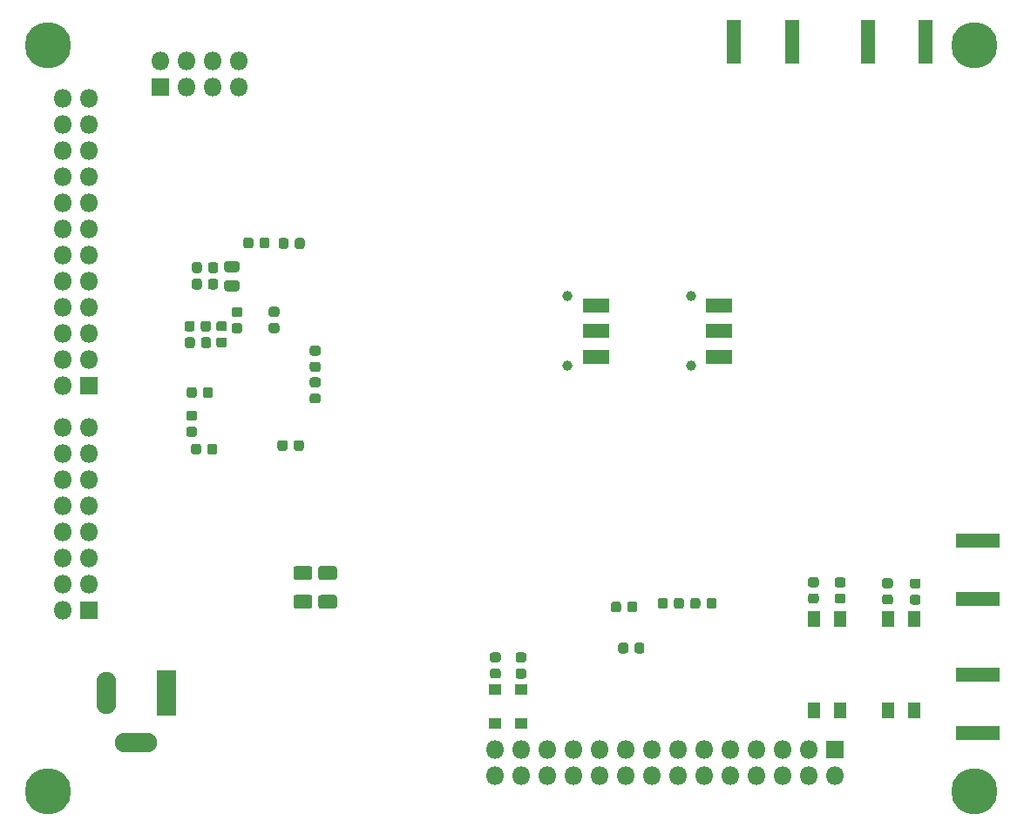
<source format=gbr>
%TF.GenerationSoftware,KiCad,Pcbnew,(5.1.6)-1*%
%TF.CreationDate,2021-04-01T20:33:04-06:00*%
%TF.ProjectId,radar_flight,72616461-725f-4666-9c69-6768742e6b69,rev?*%
%TF.SameCoordinates,Original*%
%TF.FileFunction,Soldermask,Bot*%
%TF.FilePolarity,Negative*%
%FSLAX46Y46*%
G04 Gerber Fmt 4.6, Leading zero omitted, Abs format (unit mm)*
G04 Created by KiCad (PCBNEW (5.1.6)-1) date 2021-04-01 20:33:04*
%MOMM*%
%LPD*%
G01*
G04 APERTURE LIST*
%ADD10C,4.500000*%
%ADD11R,1.300000X1.000000*%
%ADD12C,1.000000*%
%ADD13R,2.600000X1.350000*%
%ADD14R,1.200000X1.600000*%
%ADD15O,1.800000X1.800000*%
%ADD16R,1.800000X1.800000*%
%ADD17R,1.450000X4.300000*%
%ADD18R,4.300000X1.450000*%
%ADD19R,1.900000X4.500000*%
%ADD20O,1.900000X4.100000*%
%ADD21O,4.100000X1.900000*%
G04 APERTURE END LIST*
%TO.C,C53*%
G36*
G01*
X121512500Y-154531250D02*
X121512500Y-153968750D01*
G75*
G02*
X121756250Y-153725000I243750J0D01*
G01*
X122243750Y-153725000D01*
G75*
G02*
X122487500Y-153968750I0J-243750D01*
G01*
X122487500Y-154531250D01*
G75*
G02*
X122243750Y-154775000I-243750J0D01*
G01*
X121756250Y-154775000D01*
G75*
G02*
X121512500Y-154531250I0J243750D01*
G01*
G37*
G36*
G01*
X119937500Y-154531250D02*
X119937500Y-153968750D01*
G75*
G02*
X120181250Y-153725000I243750J0D01*
G01*
X120668750Y-153725000D01*
G75*
G02*
X120912500Y-153968750I0J-243750D01*
G01*
X120912500Y-154531250D01*
G75*
G02*
X120668750Y-154775000I-243750J0D01*
G01*
X120181250Y-154775000D01*
G75*
G02*
X119937500Y-154531250I0J243750D01*
G01*
G37*
%TD*%
%TO.C,C49*%
G36*
G01*
X117737500Y-153968750D02*
X117737500Y-154531250D01*
G75*
G02*
X117493750Y-154775000I-243750J0D01*
G01*
X117006250Y-154775000D01*
G75*
G02*
X116762500Y-154531250I0J243750D01*
G01*
X116762500Y-153968750D01*
G75*
G02*
X117006250Y-153725000I243750J0D01*
G01*
X117493750Y-153725000D01*
G75*
G02*
X117737500Y-153968750I0J-243750D01*
G01*
G37*
G36*
G01*
X119312500Y-153968750D02*
X119312500Y-154531250D01*
G75*
G02*
X119068750Y-154775000I-243750J0D01*
G01*
X118581250Y-154775000D01*
G75*
G02*
X118337500Y-154531250I0J243750D01*
G01*
X118337500Y-153968750D01*
G75*
G02*
X118581250Y-153725000I243750J0D01*
G01*
X119068750Y-153725000D01*
G75*
G02*
X119312500Y-153968750I0J-243750D01*
G01*
G37*
%TD*%
D10*
%TO.C,H4*%
X147500000Y-100000000D03*
%TD*%
%TO.C,H3*%
X57500000Y-100000000D03*
%TD*%
%TO.C,H2*%
X147500000Y-172500000D03*
%TD*%
%TO.C,H1*%
X57500000Y-172500000D03*
%TD*%
D11*
%TO.C,D5*%
X101000000Y-162650000D03*
X101000000Y-165950000D03*
%TD*%
%TO.C,D4*%
X103500000Y-162650000D03*
X103500000Y-165950000D03*
%TD*%
D12*
%TO.C,SW9*%
X120000000Y-124350000D03*
X120000000Y-131150000D03*
D13*
X122750000Y-125250000D03*
X122750000Y-127750000D03*
X122750000Y-130250000D03*
%TD*%
D12*
%TO.C,SW6*%
X108000000Y-124350000D03*
X108000000Y-131150000D03*
D13*
X110750000Y-125250000D03*
X110750000Y-127750000D03*
X110750000Y-130250000D03*
%TD*%
D14*
%TO.C,SW5*%
X141670000Y-155750000D03*
X139130000Y-164650000D03*
X139130000Y-155750000D03*
X141670000Y-164650000D03*
%TD*%
%TO.C,SW3*%
X134470000Y-155750000D03*
X131930000Y-164650000D03*
X131930000Y-155750000D03*
X134470000Y-164650000D03*
%TD*%
%TO.C,R22*%
G36*
G01*
X101281250Y-159987500D02*
X100718750Y-159987500D01*
G75*
G02*
X100475000Y-159743750I0J243750D01*
G01*
X100475000Y-159256250D01*
G75*
G02*
X100718750Y-159012500I243750J0D01*
G01*
X101281250Y-159012500D01*
G75*
G02*
X101525000Y-159256250I0J-243750D01*
G01*
X101525000Y-159743750D01*
G75*
G02*
X101281250Y-159987500I-243750J0D01*
G01*
G37*
G36*
G01*
X101281250Y-161562500D02*
X100718750Y-161562500D01*
G75*
G02*
X100475000Y-161318750I0J243750D01*
G01*
X100475000Y-160831250D01*
G75*
G02*
X100718750Y-160587500I243750J0D01*
G01*
X101281250Y-160587500D01*
G75*
G02*
X101525000Y-160831250I0J-243750D01*
G01*
X101525000Y-161318750D01*
G75*
G02*
X101281250Y-161562500I-243750J0D01*
G01*
G37*
%TD*%
%TO.C,R21*%
G36*
G01*
X103781250Y-160000000D02*
X103218750Y-160000000D01*
G75*
G02*
X102975000Y-159756250I0J243750D01*
G01*
X102975000Y-159268750D01*
G75*
G02*
X103218750Y-159025000I243750J0D01*
G01*
X103781250Y-159025000D01*
G75*
G02*
X104025000Y-159268750I0J-243750D01*
G01*
X104025000Y-159756250D01*
G75*
G02*
X103781250Y-160000000I-243750J0D01*
G01*
G37*
G36*
G01*
X103781250Y-161575000D02*
X103218750Y-161575000D01*
G75*
G02*
X102975000Y-161331250I0J243750D01*
G01*
X102975000Y-160843750D01*
G75*
G02*
X103218750Y-160600000I243750J0D01*
G01*
X103781250Y-160600000D01*
G75*
G02*
X104025000Y-160843750I0J-243750D01*
G01*
X104025000Y-161331250D01*
G75*
G02*
X103781250Y-161575000I-243750J0D01*
G01*
G37*
%TD*%
%TO.C,R15*%
G36*
G01*
X138818750Y-153387500D02*
X139381250Y-153387500D01*
G75*
G02*
X139625000Y-153631250I0J-243750D01*
G01*
X139625000Y-154118750D01*
G75*
G02*
X139381250Y-154362500I-243750J0D01*
G01*
X138818750Y-154362500D01*
G75*
G02*
X138575000Y-154118750I0J243750D01*
G01*
X138575000Y-153631250D01*
G75*
G02*
X138818750Y-153387500I243750J0D01*
G01*
G37*
G36*
G01*
X138818750Y-151812500D02*
X139381250Y-151812500D01*
G75*
G02*
X139625000Y-152056250I0J-243750D01*
G01*
X139625000Y-152543750D01*
G75*
G02*
X139381250Y-152787500I-243750J0D01*
G01*
X138818750Y-152787500D01*
G75*
G02*
X138575000Y-152543750I0J243750D01*
G01*
X138575000Y-152056250D01*
G75*
G02*
X138818750Y-151812500I243750J0D01*
G01*
G37*
%TD*%
%TO.C,R14*%
G36*
G01*
X141518750Y-153412500D02*
X142081250Y-153412500D01*
G75*
G02*
X142325000Y-153656250I0J-243750D01*
G01*
X142325000Y-154143750D01*
G75*
G02*
X142081250Y-154387500I-243750J0D01*
G01*
X141518750Y-154387500D01*
G75*
G02*
X141275000Y-154143750I0J243750D01*
G01*
X141275000Y-153656250D01*
G75*
G02*
X141518750Y-153412500I243750J0D01*
G01*
G37*
G36*
G01*
X141518750Y-151837500D02*
X142081250Y-151837500D01*
G75*
G02*
X142325000Y-152081250I0J-243750D01*
G01*
X142325000Y-152568750D01*
G75*
G02*
X142081250Y-152812500I-243750J0D01*
G01*
X141518750Y-152812500D01*
G75*
G02*
X141275000Y-152568750I0J243750D01*
G01*
X141275000Y-152081250D01*
G75*
G02*
X141518750Y-151837500I243750J0D01*
G01*
G37*
%TD*%
%TO.C,R12*%
G36*
G01*
X131618750Y-153287500D02*
X132181250Y-153287500D01*
G75*
G02*
X132425000Y-153531250I0J-243750D01*
G01*
X132425000Y-154018750D01*
G75*
G02*
X132181250Y-154262500I-243750J0D01*
G01*
X131618750Y-154262500D01*
G75*
G02*
X131375000Y-154018750I0J243750D01*
G01*
X131375000Y-153531250D01*
G75*
G02*
X131618750Y-153287500I243750J0D01*
G01*
G37*
G36*
G01*
X131618750Y-151712500D02*
X132181250Y-151712500D01*
G75*
G02*
X132425000Y-151956250I0J-243750D01*
G01*
X132425000Y-152443750D01*
G75*
G02*
X132181250Y-152687500I-243750J0D01*
G01*
X131618750Y-152687500D01*
G75*
G02*
X131375000Y-152443750I0J243750D01*
G01*
X131375000Y-151956250D01*
G75*
G02*
X131618750Y-151712500I243750J0D01*
G01*
G37*
%TD*%
%TO.C,R11*%
G36*
G01*
X134218750Y-153300000D02*
X134781250Y-153300000D01*
G75*
G02*
X135025000Y-153543750I0J-243750D01*
G01*
X135025000Y-154031250D01*
G75*
G02*
X134781250Y-154275000I-243750J0D01*
G01*
X134218750Y-154275000D01*
G75*
G02*
X133975000Y-154031250I0J243750D01*
G01*
X133975000Y-153543750D01*
G75*
G02*
X134218750Y-153300000I243750J0D01*
G01*
G37*
G36*
G01*
X134218750Y-151725000D02*
X134781250Y-151725000D01*
G75*
G02*
X135025000Y-151968750I0J-243750D01*
G01*
X135025000Y-152456250D01*
G75*
G02*
X134781250Y-152700000I-243750J0D01*
G01*
X134218750Y-152700000D01*
G75*
G02*
X133975000Y-152456250I0J243750D01*
G01*
X133975000Y-151968750D01*
G75*
G02*
X134218750Y-151725000I243750J0D01*
G01*
G37*
%TD*%
%TO.C,R5*%
G36*
G01*
X78087500Y-119481250D02*
X78087500Y-118918750D01*
G75*
G02*
X78331250Y-118675000I243750J0D01*
G01*
X78818750Y-118675000D01*
G75*
G02*
X79062500Y-118918750I0J-243750D01*
G01*
X79062500Y-119481250D01*
G75*
G02*
X78818750Y-119725000I-243750J0D01*
G01*
X78331250Y-119725000D01*
G75*
G02*
X78087500Y-119481250I0J243750D01*
G01*
G37*
G36*
G01*
X76512500Y-119481250D02*
X76512500Y-118918750D01*
G75*
G02*
X76756250Y-118675000I243750J0D01*
G01*
X77243750Y-118675000D01*
G75*
G02*
X77487500Y-118918750I0J-243750D01*
G01*
X77487500Y-119481250D01*
G75*
G02*
X77243750Y-119725000I-243750J0D01*
G01*
X76756250Y-119725000D01*
G75*
G02*
X76512500Y-119481250I0J243750D01*
G01*
G37*
%TD*%
%TO.C,R4*%
G36*
G01*
X81512500Y-119531250D02*
X81512500Y-118968750D01*
G75*
G02*
X81756250Y-118725000I243750J0D01*
G01*
X82243750Y-118725000D01*
G75*
G02*
X82487500Y-118968750I0J-243750D01*
G01*
X82487500Y-119531250D01*
G75*
G02*
X82243750Y-119775000I-243750J0D01*
G01*
X81756250Y-119775000D01*
G75*
G02*
X81512500Y-119531250I0J243750D01*
G01*
G37*
G36*
G01*
X79937500Y-119531250D02*
X79937500Y-118968750D01*
G75*
G02*
X80181250Y-118725000I243750J0D01*
G01*
X80668750Y-118725000D01*
G75*
G02*
X80912500Y-118968750I0J-243750D01*
G01*
X80912500Y-119531250D01*
G75*
G02*
X80668750Y-119775000I-243750J0D01*
G01*
X80181250Y-119775000D01*
G75*
G02*
X79937500Y-119531250I0J243750D01*
G01*
G37*
%TD*%
%TO.C,R2*%
G36*
G01*
X79781250Y-126387500D02*
X79218750Y-126387500D01*
G75*
G02*
X78975000Y-126143750I0J243750D01*
G01*
X78975000Y-125656250D01*
G75*
G02*
X79218750Y-125412500I243750J0D01*
G01*
X79781250Y-125412500D01*
G75*
G02*
X80025000Y-125656250I0J-243750D01*
G01*
X80025000Y-126143750D01*
G75*
G02*
X79781250Y-126387500I-243750J0D01*
G01*
G37*
G36*
G01*
X79781250Y-127962500D02*
X79218750Y-127962500D01*
G75*
G02*
X78975000Y-127718750I0J243750D01*
G01*
X78975000Y-127231250D01*
G75*
G02*
X79218750Y-126987500I243750J0D01*
G01*
X79781250Y-126987500D01*
G75*
G02*
X80025000Y-127231250I0J-243750D01*
G01*
X80025000Y-127718750D01*
G75*
G02*
X79781250Y-127962500I-243750J0D01*
G01*
G37*
%TD*%
%TO.C,R1*%
G36*
G01*
X72412500Y-129181250D02*
X72412500Y-128618750D01*
G75*
G02*
X72656250Y-128375000I243750J0D01*
G01*
X73143750Y-128375000D01*
G75*
G02*
X73387500Y-128618750I0J-243750D01*
G01*
X73387500Y-129181250D01*
G75*
G02*
X73143750Y-129425000I-243750J0D01*
G01*
X72656250Y-129425000D01*
G75*
G02*
X72412500Y-129181250I0J243750D01*
G01*
G37*
G36*
G01*
X70837500Y-129181250D02*
X70837500Y-128618750D01*
G75*
G02*
X71081250Y-128375000I243750J0D01*
G01*
X71568750Y-128375000D01*
G75*
G02*
X71812500Y-128618750I0J-243750D01*
G01*
X71812500Y-129181250D01*
G75*
G02*
X71568750Y-129425000I-243750J0D01*
G01*
X71081250Y-129425000D01*
G75*
G02*
X70837500Y-129181250I0J243750D01*
G01*
G37*
%TD*%
D15*
%TO.C,J10*%
X59000000Y-137140000D03*
X61540000Y-137140000D03*
X59000000Y-139680000D03*
X61540000Y-139680000D03*
X59000000Y-142220000D03*
X61540000Y-142220000D03*
X59000000Y-144760000D03*
X61540000Y-144760000D03*
X59000000Y-147300000D03*
X61540000Y-147300000D03*
X59000000Y-149840000D03*
X61540000Y-149840000D03*
X59000000Y-152380000D03*
X61540000Y-152380000D03*
X59000000Y-154920000D03*
D16*
X61540000Y-154920000D03*
%TD*%
D15*
%TO.C,J9*%
X59000000Y-105160000D03*
X61540000Y-105160000D03*
X59000000Y-107700000D03*
X61540000Y-107700000D03*
X59000000Y-110240000D03*
X61540000Y-110240000D03*
X59000000Y-112780000D03*
X61540000Y-112780000D03*
X59000000Y-115320000D03*
X61540000Y-115320000D03*
X59000000Y-117860000D03*
X61540000Y-117860000D03*
X59000000Y-120400000D03*
X61540000Y-120400000D03*
X59000000Y-122940000D03*
X61540000Y-122940000D03*
X59000000Y-125480000D03*
X61540000Y-125480000D03*
X59000000Y-128020000D03*
X61540000Y-128020000D03*
X59000000Y-130560000D03*
X61540000Y-130560000D03*
X59000000Y-133100000D03*
D16*
X61540000Y-133100000D03*
%TD*%
D15*
%TO.C,J8*%
X76120000Y-101500000D03*
X76120000Y-104040000D03*
X73580000Y-101500000D03*
X73580000Y-104040000D03*
X71040000Y-101500000D03*
X71040000Y-104040000D03*
X68500000Y-101500000D03*
D16*
X68500000Y-104040000D03*
%TD*%
D15*
%TO.C,J7*%
X100980000Y-171000000D03*
X100980000Y-168460000D03*
X103520000Y-171000000D03*
X103520000Y-168460000D03*
X106060000Y-171000000D03*
X106060000Y-168460000D03*
X108600000Y-171000000D03*
X108600000Y-168460000D03*
X111140000Y-171000000D03*
X111140000Y-168460000D03*
X113680000Y-171000000D03*
X113680000Y-168460000D03*
X116220000Y-171000000D03*
X116220000Y-168460000D03*
X118760000Y-171000000D03*
X118760000Y-168460000D03*
X121300000Y-171000000D03*
X121300000Y-168460000D03*
X123840000Y-171000000D03*
X123840000Y-168460000D03*
X126380000Y-171000000D03*
X126380000Y-168460000D03*
X128920000Y-171000000D03*
X128920000Y-168460000D03*
X131460000Y-171000000D03*
X131460000Y-168460000D03*
X134000000Y-171000000D03*
D16*
X134000000Y-168460000D03*
%TD*%
D17*
%TO.C,J6*%
X137175000Y-99600000D03*
X142825000Y-99600000D03*
%TD*%
D18*
%TO.C,J5*%
X147900000Y-161175000D03*
X147900000Y-166825000D03*
%TD*%
D17*
%TO.C,J4*%
X124175000Y-99600000D03*
X129825000Y-99600000D03*
%TD*%
D18*
%TO.C,J3*%
X147900000Y-148175000D03*
X147900000Y-153825000D03*
%TD*%
D19*
%TO.C,J2*%
X69050000Y-163000000D03*
D20*
X63250000Y-163000000D03*
D21*
X66050000Y-167800000D03*
%TD*%
%TO.C,FB2*%
G36*
G01*
X75881250Y-122037500D02*
X74918750Y-122037500D01*
G75*
G02*
X74650000Y-121768750I0J268750D01*
G01*
X74650000Y-121231250D01*
G75*
G02*
X74918750Y-120962500I268750J0D01*
G01*
X75881250Y-120962500D01*
G75*
G02*
X76150000Y-121231250I0J-268750D01*
G01*
X76150000Y-121768750D01*
G75*
G02*
X75881250Y-122037500I-268750J0D01*
G01*
G37*
G36*
G01*
X75881250Y-123912500D02*
X74918750Y-123912500D01*
G75*
G02*
X74650000Y-123643750I0J268750D01*
G01*
X74650000Y-123106250D01*
G75*
G02*
X74918750Y-122837500I268750J0D01*
G01*
X75881250Y-122837500D01*
G75*
G02*
X76150000Y-123106250I0J-268750D01*
G01*
X76150000Y-123643750D01*
G75*
G02*
X75881250Y-123912500I-268750J0D01*
G01*
G37*
%TD*%
%TO.C,C35*%
G36*
G01*
X113912500Y-158318750D02*
X113912500Y-158881250D01*
G75*
G02*
X113668750Y-159125000I-243750J0D01*
G01*
X113181250Y-159125000D01*
G75*
G02*
X112937500Y-158881250I0J243750D01*
G01*
X112937500Y-158318750D01*
G75*
G02*
X113181250Y-158075000I243750J0D01*
G01*
X113668750Y-158075000D01*
G75*
G02*
X113912500Y-158318750I0J-243750D01*
G01*
G37*
G36*
G01*
X115487500Y-158318750D02*
X115487500Y-158881250D01*
G75*
G02*
X115243750Y-159125000I-243750J0D01*
G01*
X114756250Y-159125000D01*
G75*
G02*
X114512500Y-158881250I0J243750D01*
G01*
X114512500Y-158318750D01*
G75*
G02*
X114756250Y-158075000I243750J0D01*
G01*
X115243750Y-158075000D01*
G75*
G02*
X115487500Y-158318750I0J-243750D01*
G01*
G37*
%TD*%
%TO.C,C29*%
G36*
G01*
X85355000Y-151975000D02*
X84045000Y-151975000D01*
G75*
G02*
X83775000Y-151705000I0J270000D01*
G01*
X83775000Y-150895000D01*
G75*
G02*
X84045000Y-150625000I270000J0D01*
G01*
X85355000Y-150625000D01*
G75*
G02*
X85625000Y-150895000I0J-270000D01*
G01*
X85625000Y-151705000D01*
G75*
G02*
X85355000Y-151975000I-270000J0D01*
G01*
G37*
G36*
G01*
X85355000Y-154775000D02*
X84045000Y-154775000D01*
G75*
G02*
X83775000Y-154505000I0J270000D01*
G01*
X83775000Y-153695000D01*
G75*
G02*
X84045000Y-153425000I270000J0D01*
G01*
X85355000Y-153425000D01*
G75*
G02*
X85625000Y-153695000I0J-270000D01*
G01*
X85625000Y-154505000D01*
G75*
G02*
X85355000Y-154775000I-270000J0D01*
G01*
G37*
%TD*%
%TO.C,C27*%
G36*
G01*
X82955000Y-151975000D02*
X81645000Y-151975000D01*
G75*
G02*
X81375000Y-151705000I0J270000D01*
G01*
X81375000Y-150895000D01*
G75*
G02*
X81645000Y-150625000I270000J0D01*
G01*
X82955000Y-150625000D01*
G75*
G02*
X83225000Y-150895000I0J-270000D01*
G01*
X83225000Y-151705000D01*
G75*
G02*
X82955000Y-151975000I-270000J0D01*
G01*
G37*
G36*
G01*
X82955000Y-154775000D02*
X81645000Y-154775000D01*
G75*
G02*
X81375000Y-154505000I0J270000D01*
G01*
X81375000Y-153695000D01*
G75*
G02*
X81645000Y-153425000I270000J0D01*
G01*
X82955000Y-153425000D01*
G75*
G02*
X83225000Y-153695000I0J-270000D01*
G01*
X83225000Y-154505000D01*
G75*
G02*
X82955000Y-154775000I-270000J0D01*
G01*
G37*
%TD*%
%TO.C,C17*%
G36*
G01*
X83781250Y-130162500D02*
X83218750Y-130162500D01*
G75*
G02*
X82975000Y-129918750I0J243750D01*
G01*
X82975000Y-129431250D01*
G75*
G02*
X83218750Y-129187500I243750J0D01*
G01*
X83781250Y-129187500D01*
G75*
G02*
X84025000Y-129431250I0J-243750D01*
G01*
X84025000Y-129918750D01*
G75*
G02*
X83781250Y-130162500I-243750J0D01*
G01*
G37*
G36*
G01*
X83781250Y-131737500D02*
X83218750Y-131737500D01*
G75*
G02*
X82975000Y-131493750I0J243750D01*
G01*
X82975000Y-131006250D01*
G75*
G02*
X83218750Y-130762500I243750J0D01*
G01*
X83781250Y-130762500D01*
G75*
G02*
X84025000Y-131006250I0J-243750D01*
G01*
X84025000Y-131493750D01*
G75*
G02*
X83781250Y-131737500I-243750J0D01*
G01*
G37*
%TD*%
%TO.C,C15*%
G36*
G01*
X71987500Y-133468750D02*
X71987500Y-134031250D01*
G75*
G02*
X71743750Y-134275000I-243750J0D01*
G01*
X71256250Y-134275000D01*
G75*
G02*
X71012500Y-134031250I0J243750D01*
G01*
X71012500Y-133468750D01*
G75*
G02*
X71256250Y-133225000I243750J0D01*
G01*
X71743750Y-133225000D01*
G75*
G02*
X71987500Y-133468750I0J-243750D01*
G01*
G37*
G36*
G01*
X73562500Y-133468750D02*
X73562500Y-134031250D01*
G75*
G02*
X73318750Y-134275000I-243750J0D01*
G01*
X72831250Y-134275000D01*
G75*
G02*
X72587500Y-134031250I0J243750D01*
G01*
X72587500Y-133468750D01*
G75*
G02*
X72831250Y-133225000I243750J0D01*
G01*
X73318750Y-133225000D01*
G75*
G02*
X73562500Y-133468750I0J-243750D01*
G01*
G37*
%TD*%
%TO.C,C14*%
G36*
G01*
X71781250Y-136487500D02*
X71218750Y-136487500D01*
G75*
G02*
X70975000Y-136243750I0J243750D01*
G01*
X70975000Y-135756250D01*
G75*
G02*
X71218750Y-135512500I243750J0D01*
G01*
X71781250Y-135512500D01*
G75*
G02*
X72025000Y-135756250I0J-243750D01*
G01*
X72025000Y-136243750D01*
G75*
G02*
X71781250Y-136487500I-243750J0D01*
G01*
G37*
G36*
G01*
X71781250Y-138062500D02*
X71218750Y-138062500D01*
G75*
G02*
X70975000Y-137818750I0J243750D01*
G01*
X70975000Y-137331250D01*
G75*
G02*
X71218750Y-137087500I243750J0D01*
G01*
X71781250Y-137087500D01*
G75*
G02*
X72025000Y-137331250I0J-243750D01*
G01*
X72025000Y-137818750D01*
G75*
G02*
X71781250Y-138062500I-243750J0D01*
G01*
G37*
%TD*%
%TO.C,C13*%
G36*
G01*
X72412500Y-138968750D02*
X72412500Y-139531250D01*
G75*
G02*
X72168750Y-139775000I-243750J0D01*
G01*
X71681250Y-139775000D01*
G75*
G02*
X71437500Y-139531250I0J243750D01*
G01*
X71437500Y-138968750D01*
G75*
G02*
X71681250Y-138725000I243750J0D01*
G01*
X72168750Y-138725000D01*
G75*
G02*
X72412500Y-138968750I0J-243750D01*
G01*
G37*
G36*
G01*
X73987500Y-138968750D02*
X73987500Y-139531250D01*
G75*
G02*
X73743750Y-139775000I-243750J0D01*
G01*
X73256250Y-139775000D01*
G75*
G02*
X73012500Y-139531250I0J243750D01*
G01*
X73012500Y-138968750D01*
G75*
G02*
X73256250Y-138725000I243750J0D01*
G01*
X73743750Y-138725000D01*
G75*
G02*
X73987500Y-138968750I0J-243750D01*
G01*
G37*
%TD*%
%TO.C,C12*%
G36*
G01*
X113812500Y-154881250D02*
X113812500Y-154318750D01*
G75*
G02*
X114056250Y-154075000I243750J0D01*
G01*
X114543750Y-154075000D01*
G75*
G02*
X114787500Y-154318750I0J-243750D01*
G01*
X114787500Y-154881250D01*
G75*
G02*
X114543750Y-155125000I-243750J0D01*
G01*
X114056250Y-155125000D01*
G75*
G02*
X113812500Y-154881250I0J243750D01*
G01*
G37*
G36*
G01*
X112237500Y-154881250D02*
X112237500Y-154318750D01*
G75*
G02*
X112481250Y-154075000I243750J0D01*
G01*
X112968750Y-154075000D01*
G75*
G02*
X113212500Y-154318750I0J-243750D01*
G01*
X113212500Y-154881250D01*
G75*
G02*
X112968750Y-155125000I-243750J0D01*
G01*
X112481250Y-155125000D01*
G75*
G02*
X112237500Y-154881250I0J243750D01*
G01*
G37*
%TD*%
%TO.C,C11*%
G36*
G01*
X72487500Y-122918750D02*
X72487500Y-123481250D01*
G75*
G02*
X72243750Y-123725000I-243750J0D01*
G01*
X71756250Y-123725000D01*
G75*
G02*
X71512500Y-123481250I0J243750D01*
G01*
X71512500Y-122918750D01*
G75*
G02*
X71756250Y-122675000I243750J0D01*
G01*
X72243750Y-122675000D01*
G75*
G02*
X72487500Y-122918750I0J-243750D01*
G01*
G37*
G36*
G01*
X74062500Y-122918750D02*
X74062500Y-123481250D01*
G75*
G02*
X73818750Y-123725000I-243750J0D01*
G01*
X73331250Y-123725000D01*
G75*
G02*
X73087500Y-123481250I0J243750D01*
G01*
X73087500Y-122918750D01*
G75*
G02*
X73331250Y-122675000I243750J0D01*
G01*
X73818750Y-122675000D01*
G75*
G02*
X74062500Y-122918750I0J-243750D01*
G01*
G37*
%TD*%
%TO.C,C10*%
G36*
G01*
X80812500Y-138618750D02*
X80812500Y-139181250D01*
G75*
G02*
X80568750Y-139425000I-243750J0D01*
G01*
X80081250Y-139425000D01*
G75*
G02*
X79837500Y-139181250I0J243750D01*
G01*
X79837500Y-138618750D01*
G75*
G02*
X80081250Y-138375000I243750J0D01*
G01*
X80568750Y-138375000D01*
G75*
G02*
X80812500Y-138618750I0J-243750D01*
G01*
G37*
G36*
G01*
X82387500Y-138618750D02*
X82387500Y-139181250D01*
G75*
G02*
X82143750Y-139425000I-243750J0D01*
G01*
X81656250Y-139425000D01*
G75*
G02*
X81412500Y-139181250I0J243750D01*
G01*
X81412500Y-138618750D01*
G75*
G02*
X81656250Y-138375000I243750J0D01*
G01*
X82143750Y-138375000D01*
G75*
G02*
X82387500Y-138618750I0J-243750D01*
G01*
G37*
%TD*%
%TO.C,C9*%
G36*
G01*
X83781250Y-133237500D02*
X83218750Y-133237500D01*
G75*
G02*
X82975000Y-132993750I0J243750D01*
G01*
X82975000Y-132506250D01*
G75*
G02*
X83218750Y-132262500I243750J0D01*
G01*
X83781250Y-132262500D01*
G75*
G02*
X84025000Y-132506250I0J-243750D01*
G01*
X84025000Y-132993750D01*
G75*
G02*
X83781250Y-133237500I-243750J0D01*
G01*
G37*
G36*
G01*
X83781250Y-134812500D02*
X83218750Y-134812500D01*
G75*
G02*
X82975000Y-134568750I0J243750D01*
G01*
X82975000Y-134081250D01*
G75*
G02*
X83218750Y-133837500I243750J0D01*
G01*
X83781250Y-133837500D01*
G75*
G02*
X84025000Y-134081250I0J-243750D01*
G01*
X84025000Y-134568750D01*
G75*
G02*
X83781250Y-134812500I-243750J0D01*
G01*
G37*
%TD*%
%TO.C,C8*%
G36*
G01*
X73100000Y-121881250D02*
X73100000Y-121318750D01*
G75*
G02*
X73343750Y-121075000I243750J0D01*
G01*
X73831250Y-121075000D01*
G75*
G02*
X74075000Y-121318750I0J-243750D01*
G01*
X74075000Y-121881250D01*
G75*
G02*
X73831250Y-122125000I-243750J0D01*
G01*
X73343750Y-122125000D01*
G75*
G02*
X73100000Y-121881250I0J243750D01*
G01*
G37*
G36*
G01*
X71525000Y-121881250D02*
X71525000Y-121318750D01*
G75*
G02*
X71768750Y-121075000I243750J0D01*
G01*
X72256250Y-121075000D01*
G75*
G02*
X72500000Y-121318750I0J-243750D01*
G01*
X72500000Y-121881250D01*
G75*
G02*
X72256250Y-122125000I-243750J0D01*
G01*
X71768750Y-122125000D01*
G75*
G02*
X71525000Y-121881250I0J243750D01*
G01*
G37*
%TD*%
%TO.C,C5*%
G36*
G01*
X75618750Y-127012500D02*
X76181250Y-127012500D01*
G75*
G02*
X76425000Y-127256250I0J-243750D01*
G01*
X76425000Y-127743750D01*
G75*
G02*
X76181250Y-127987500I-243750J0D01*
G01*
X75618750Y-127987500D01*
G75*
G02*
X75375000Y-127743750I0J243750D01*
G01*
X75375000Y-127256250D01*
G75*
G02*
X75618750Y-127012500I243750J0D01*
G01*
G37*
G36*
G01*
X75618750Y-125437500D02*
X76181250Y-125437500D01*
G75*
G02*
X76425000Y-125681250I0J-243750D01*
G01*
X76425000Y-126168750D01*
G75*
G02*
X76181250Y-126412500I-243750J0D01*
G01*
X75618750Y-126412500D01*
G75*
G02*
X75375000Y-126168750I0J243750D01*
G01*
X75375000Y-125681250D01*
G75*
G02*
X75618750Y-125437500I243750J0D01*
G01*
G37*
%TD*%
%TO.C,C4*%
G36*
G01*
X72387500Y-127581250D02*
X72387500Y-127018750D01*
G75*
G02*
X72631250Y-126775000I243750J0D01*
G01*
X73118750Y-126775000D01*
G75*
G02*
X73362500Y-127018750I0J-243750D01*
G01*
X73362500Y-127581250D01*
G75*
G02*
X73118750Y-127825000I-243750J0D01*
G01*
X72631250Y-127825000D01*
G75*
G02*
X72387500Y-127581250I0J243750D01*
G01*
G37*
G36*
G01*
X70812500Y-127581250D02*
X70812500Y-127018750D01*
G75*
G02*
X71056250Y-126775000I243750J0D01*
G01*
X71543750Y-126775000D01*
G75*
G02*
X71787500Y-127018750I0J-243750D01*
G01*
X71787500Y-127581250D01*
G75*
G02*
X71543750Y-127825000I-243750J0D01*
G01*
X71056250Y-127825000D01*
G75*
G02*
X70812500Y-127581250I0J243750D01*
G01*
G37*
%TD*%
%TO.C,C3*%
G36*
G01*
X74681250Y-127787500D02*
X74118750Y-127787500D01*
G75*
G02*
X73875000Y-127543750I0J243750D01*
G01*
X73875000Y-127056250D01*
G75*
G02*
X74118750Y-126812500I243750J0D01*
G01*
X74681250Y-126812500D01*
G75*
G02*
X74925000Y-127056250I0J-243750D01*
G01*
X74925000Y-127543750D01*
G75*
G02*
X74681250Y-127787500I-243750J0D01*
G01*
G37*
G36*
G01*
X74681250Y-129362500D02*
X74118750Y-129362500D01*
G75*
G02*
X73875000Y-129118750I0J243750D01*
G01*
X73875000Y-128631250D01*
G75*
G02*
X74118750Y-128387500I243750J0D01*
G01*
X74681250Y-128387500D01*
G75*
G02*
X74925000Y-128631250I0J-243750D01*
G01*
X74925000Y-129118750D01*
G75*
G02*
X74681250Y-129362500I-243750J0D01*
G01*
G37*
%TD*%
M02*

</source>
